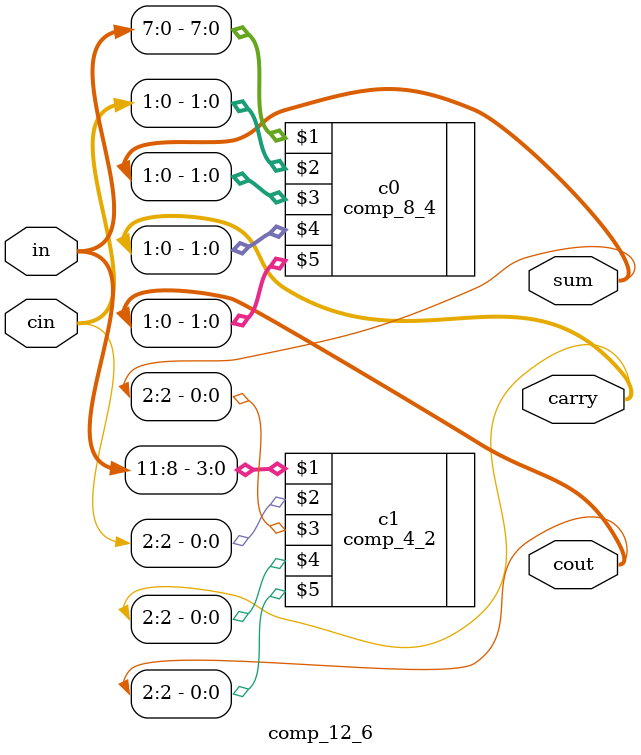
<source format=v>
module comp_12_6(
    input [11:0] in,
    input [2:0] cin,
    output [2:0] sum,
    output [2:0] carry,
    output [2:0] cout
);
    
    comp_8_4 c0(in[7:0], cin[1:0], sum[1:0], carry[1:0], cout[1:0]);
    comp_4_2 c1(in[11:8], cin[2], sum[2], carry[2], cout[2]);
    
endmodule
</source>
